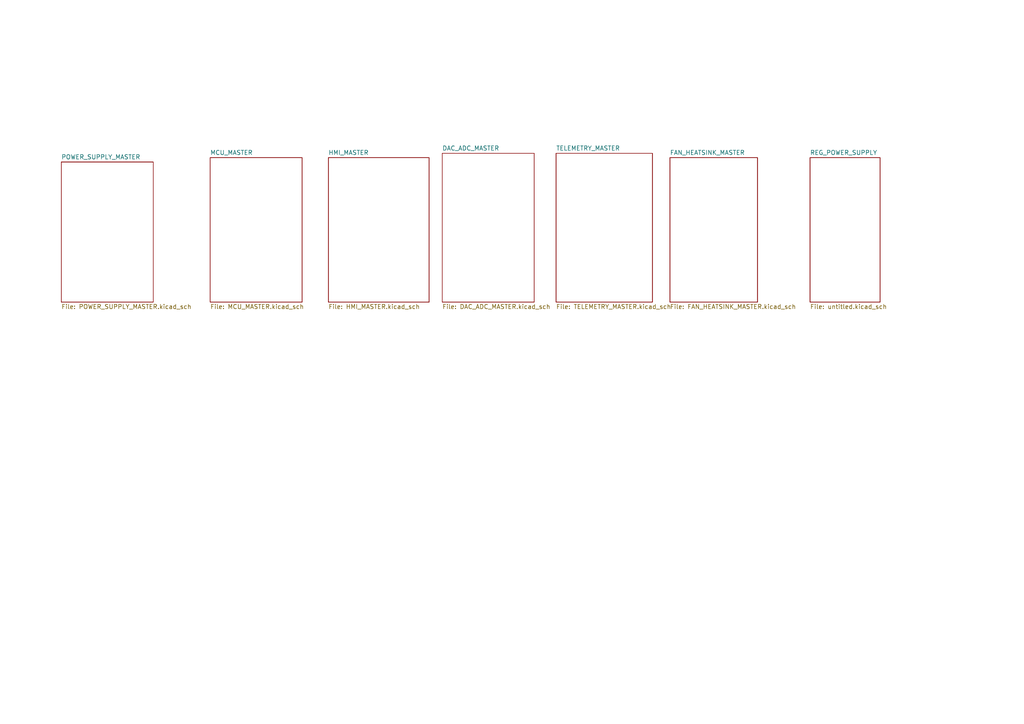
<source format=kicad_sch>
(kicad_sch
	(version 20231120)
	(generator "eeschema")
	(generator_version "8.0")
	(uuid "b66137f9-f871-4921-ab89-353bfdf398cf")
	(paper "A4")
	(title_block
		(title "FONTE CC/CV MICROCONTROLADA")
		(rev "02")
		(company "MV TECH")
	)
	(lib_symbols)
	(sheet
		(at 128.27 44.45)
		(size 26.67 43.18)
		(fields_autoplaced yes)
		(stroke
			(width 0.1524)
			(type solid)
		)
		(fill
			(color 0 0 0 0.0000)
		)
		(uuid "59f4d109-b921-4dc7-9657-39c9e203a7ca")
		(property "Sheetname" "DAC_ADC_MASTER"
			(at 128.27 43.7384 0)
			(effects
				(font
					(size 1.27 1.27)
				)
				(justify left bottom)
			)
		)
		(property "Sheetfile" "DAC_ADC_MASTER.kicad_sch"
			(at 128.27 88.2146 0)
			(effects
				(font
					(size 1.27 1.27)
				)
				(justify left top)
			)
		)
		(instances
			(project "FONTE_V2"
				(path "/b66137f9-f871-4921-ab89-353bfdf398cf"
					(page "5")
				)
			)
		)
	)
	(sheet
		(at 95.25 45.72)
		(size 29.21 41.91)
		(fields_autoplaced yes)
		(stroke
			(width 0.1524)
			(type solid)
		)
		(fill
			(color 0 0 0 0.0000)
		)
		(uuid "5b968303-49da-4e30-a51d-821482935caf")
		(property "Sheetname" "HMI_MASTER"
			(at 95.25 45.0084 0)
			(effects
				(font
					(size 1.27 1.27)
				)
				(justify left bottom)
			)
		)
		(property "Sheetfile" "HMI_MASTER.kicad_sch"
			(at 95.25 88.2146 0)
			(effects
				(font
					(size 1.27 1.27)
				)
				(justify left top)
			)
		)
		(instances
			(project "FONTE_V2"
				(path "/b66137f9-f871-4921-ab89-353bfdf398cf"
					(page "4")
				)
			)
		)
	)
	(sheet
		(at 60.96 45.72)
		(size 26.67 41.91)
		(fields_autoplaced yes)
		(stroke
			(width 0.1524)
			(type solid)
		)
		(fill
			(color 0 0 0 0.0000)
		)
		(uuid "647dce4b-c239-4ba4-9369-94e022ac2ed2")
		(property "Sheetname" "MCU_MASTER"
			(at 60.96 45.0084 0)
			(effects
				(font
					(size 1.27 1.27)
				)
				(justify left bottom)
			)
		)
		(property "Sheetfile" "MCU_MASTER.kicad_sch"
			(at 60.96 88.2146 0)
			(effects
				(font
					(size 1.27 1.27)
				)
				(justify left top)
			)
		)
		(instances
			(project "FONTE_V2"
				(path "/b66137f9-f871-4921-ab89-353bfdf398cf"
					(page "3")
				)
			)
		)
	)
	(sheet
		(at 161.29 44.45)
		(size 27.94 43.18)
		(fields_autoplaced yes)
		(stroke
			(width 0.1524)
			(type solid)
		)
		(fill
			(color 0 0 0 0.0000)
		)
		(uuid "72c98937-6d0d-4426-807d-d8081a5049a4")
		(property "Sheetname" "TELEMETRY_MASTER"
			(at 161.29 43.7384 0)
			(effects
				(font
					(size 1.27 1.27)
				)
				(justify left bottom)
			)
		)
		(property "Sheetfile" "TELEMETRY_MASTER.kicad_sch"
			(at 161.29 88.2146 0)
			(effects
				(font
					(size 1.27 1.27)
				)
				(justify left top)
			)
		)
		(instances
			(project "FONTE_V2"
				(path "/b66137f9-f871-4921-ab89-353bfdf398cf"
					(page "6")
				)
			)
		)
	)
	(sheet
		(at 194.31 45.72)
		(size 25.4 41.91)
		(fields_autoplaced yes)
		(stroke
			(width 0.1524)
			(type solid)
		)
		(fill
			(color 0 0 0 0.0000)
		)
		(uuid "72fdb841-b1a7-44d0-b48a-aa8e471fed5d")
		(property "Sheetname" "FAN_HEATSINK_MASTER"
			(at 194.31 45.0084 0)
			(effects
				(font
					(size 1.27 1.27)
				)
				(justify left bottom)
			)
		)
		(property "Sheetfile" "FAN_HEATSINK_MASTER.kicad_sch"
			(at 194.31 88.2146 0)
			(effects
				(font
					(size 1.27 1.27)
				)
				(justify left top)
			)
		)
		(instances
			(project "FONTE_V2"
				(path "/b66137f9-f871-4921-ab89-353bfdf398cf"
					(page "7")
				)
			)
		)
	)
	(sheet
		(at 17.78 46.99)
		(size 26.67 40.64)
		(fields_autoplaced yes)
		(stroke
			(width 0.1524)
			(type solid)
		)
		(fill
			(color 0 0 0 0.0000)
		)
		(uuid "74f90eb3-5d47-489e-9e30-8985766b1420")
		(property "Sheetname" "POWER_SUPPLY_MASTER"
			(at 17.78 46.2784 0)
			(effects
				(font
					(size 1.27 1.27)
				)
				(justify left bottom)
			)
		)
		(property "Sheetfile" "POWER_SUPPLY_MASTER.kicad_sch"
			(at 17.78 88.2146 0)
			(effects
				(font
					(size 1.27 1.27)
				)
				(justify left top)
			)
		)
		(instances
			(project "FONTE_V2"
				(path "/b66137f9-f871-4921-ab89-353bfdf398cf"
					(page "2")
				)
			)
		)
	)
	(sheet
		(at 234.95 45.72)
		(size 20.32 41.91)
		(fields_autoplaced yes)
		(stroke
			(width 0.1524)
			(type solid)
		)
		(fill
			(color 0 0 0 0.0000)
		)
		(uuid "b0a3d1d6-97a4-4324-8082-269072a894aa")
		(property "Sheetname" "REG_POWER_SUPPLY"
			(at 234.95 45.0084 0)
			(effects
				(font
					(size 1.27 1.27)
				)
				(justify left bottom)
			)
		)
		(property "Sheetfile" "untitled.kicad_sch"
			(at 234.95 88.2146 0)
			(effects
				(font
					(size 1.27 1.27)
				)
				(justify left top)
			)
		)
		(instances
			(project "FONTE_V2"
				(path "/b66137f9-f871-4921-ab89-353bfdf398cf"
					(page "8")
				)
			)
		)
	)
	(sheet_instances
		(path "/"
			(page "1")
		)
	)
)

</source>
